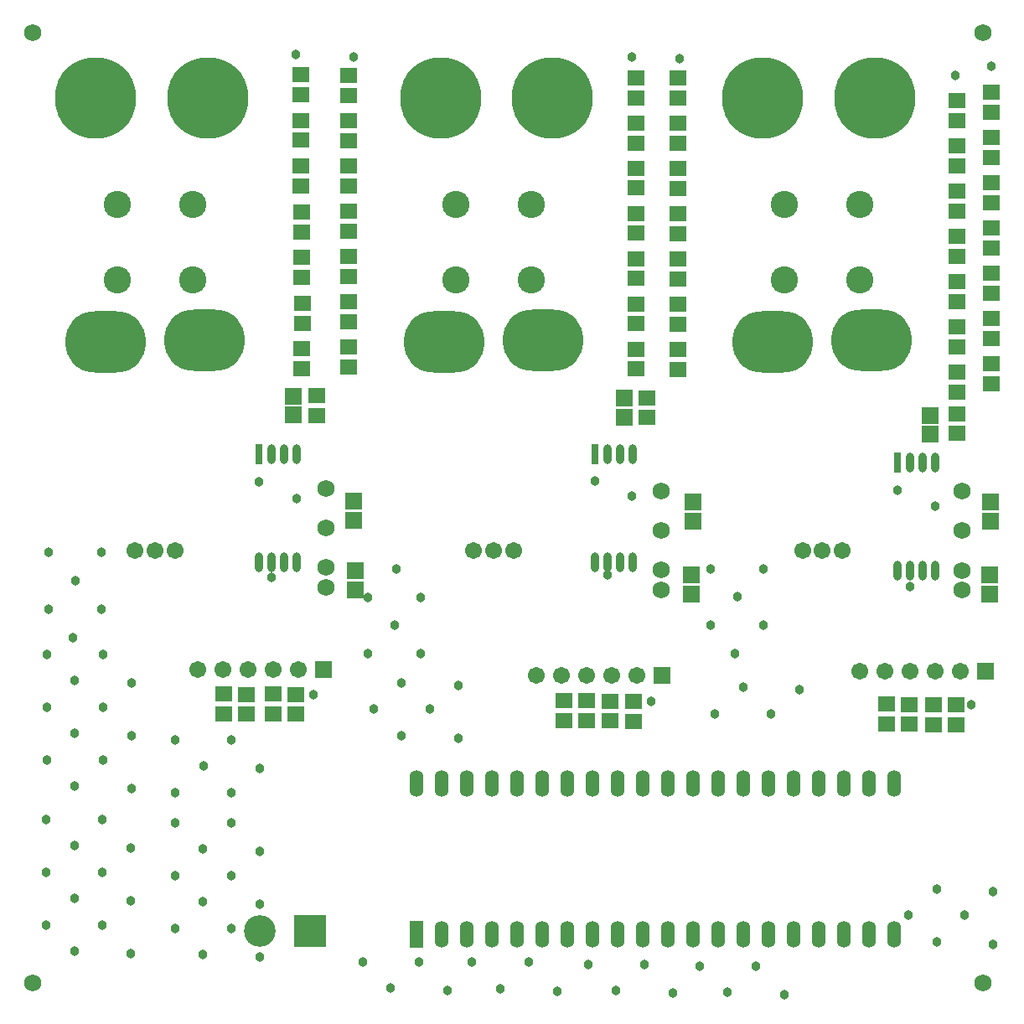
<source format=gbs>
G04 Layer_Color=16711935*
%FSLAX25Y25*%
%MOIN*%
G70*
G01*
G75*
%ADD43R,0.06706X0.06312*%
%ADD45C,0.12611*%
%ADD46R,0.12611X0.12611*%
%ADD47R,0.06706X0.06706*%
%ADD48C,0.06706*%
%ADD49R,0.05524X0.10642*%
%ADD50O,0.05524X0.10642*%
%ADD51C,0.06800*%
%ADD52O,0.32296X0.24422*%
%ADD53C,0.32296*%
%ADD54C,0.10800*%
%ADD55C,0.03800*%
%ADD56C,0.03950*%
%ADD57C,0.03162*%
%ADD58R,0.07099X0.06706*%
%ADD59O,0.03162X0.07887*%
%ADD60R,0.03162X0.07887*%
D43*
X83800Y122637D02*
D03*
Y114763D02*
D03*
X92800Y114663D02*
D03*
Y122537D02*
D03*
X112400Y122437D02*
D03*
Y114563D02*
D03*
X103300Y114863D02*
D03*
Y122737D02*
D03*
X246700Y119737D02*
D03*
Y111863D02*
D03*
X228100Y112063D02*
D03*
Y119937D02*
D03*
X219100Y119937D02*
D03*
Y112063D02*
D03*
X237500Y111963D02*
D03*
Y119837D02*
D03*
X347300Y118637D02*
D03*
Y110763D02*
D03*
X356500Y110563D02*
D03*
Y118437D02*
D03*
X366100Y110463D02*
D03*
Y118337D02*
D03*
X375000Y118337D02*
D03*
Y110463D02*
D03*
X375400Y234137D02*
D03*
Y226263D02*
D03*
X375276Y250768D02*
D03*
Y242894D02*
D03*
Y268740D02*
D03*
Y260866D02*
D03*
Y286713D02*
D03*
Y278839D02*
D03*
Y304685D02*
D03*
Y296811D02*
D03*
Y322657D02*
D03*
Y314783D02*
D03*
Y340630D02*
D03*
Y332756D02*
D03*
Y358602D02*
D03*
Y350728D02*
D03*
X388976Y254068D02*
D03*
Y246194D02*
D03*
Y272040D02*
D03*
Y264166D02*
D03*
Y290013D02*
D03*
Y282139D02*
D03*
Y307985D02*
D03*
Y300111D02*
D03*
Y325957D02*
D03*
Y318083D02*
D03*
Y343930D02*
D03*
Y336056D02*
D03*
Y361902D02*
D03*
Y354028D02*
D03*
X264276Y331658D02*
D03*
Y323783D02*
D03*
Y259768D02*
D03*
Y251894D02*
D03*
Y277740D02*
D03*
Y269866D02*
D03*
Y295713D02*
D03*
Y287839D02*
D03*
Y313685D02*
D03*
Y305811D02*
D03*
Y349630D02*
D03*
Y341756D02*
D03*
Y367602D02*
D03*
Y359728D02*
D03*
X252100Y240437D02*
D03*
Y232563D02*
D03*
X120700Y241237D02*
D03*
Y233363D02*
D03*
X133276Y368602D02*
D03*
Y360728D02*
D03*
Y260768D02*
D03*
Y252894D02*
D03*
Y278740D02*
D03*
Y270866D02*
D03*
Y296713D02*
D03*
Y288839D02*
D03*
Y314685D02*
D03*
Y306811D02*
D03*
Y332658D02*
D03*
Y324783D02*
D03*
Y350630D02*
D03*
Y342756D02*
D03*
X114563Y361122D02*
D03*
Y368996D02*
D03*
Y342913D02*
D03*
Y350787D02*
D03*
Y324705D02*
D03*
Y332579D02*
D03*
X114760Y306496D02*
D03*
Y314370D02*
D03*
Y288484D02*
D03*
Y296358D02*
D03*
X114957Y270177D02*
D03*
Y278051D02*
D03*
X114858Y252067D02*
D03*
Y259941D02*
D03*
X247929Y359842D02*
D03*
Y367717D02*
D03*
Y341870D02*
D03*
Y349744D02*
D03*
Y323898D02*
D03*
Y331772D02*
D03*
Y305925D02*
D03*
Y313799D02*
D03*
Y287953D02*
D03*
Y295827D02*
D03*
Y269980D02*
D03*
Y277854D02*
D03*
Y252008D02*
D03*
Y259882D02*
D03*
D45*
X98257Y28300D02*
D03*
D46*
X117943D02*
D03*
D47*
X386700Y131600D02*
D03*
X258100Y129900D02*
D03*
X123300Y132400D02*
D03*
D48*
X376700Y131600D02*
D03*
X366700D02*
D03*
X356700D02*
D03*
X346700D02*
D03*
X336700D02*
D03*
X248100Y129900D02*
D03*
X238100D02*
D03*
X228100D02*
D03*
X218100D02*
D03*
X208100D02*
D03*
X113300Y132400D02*
D03*
X103300D02*
D03*
X93300D02*
D03*
X83300D02*
D03*
X73300D02*
D03*
X314005Y179855D02*
D03*
X329805D02*
D03*
X321898Y179805D02*
D03*
X183155Y179855D02*
D03*
X198955D02*
D03*
X191048Y179805D02*
D03*
X48553Y179855D02*
D03*
X64353D02*
D03*
X56445Y179805D02*
D03*
D49*
X160600Y27100D02*
D03*
D50*
X170600D02*
D03*
X180600D02*
D03*
X190600D02*
D03*
X200600D02*
D03*
X210600D02*
D03*
X220600D02*
D03*
X230600D02*
D03*
X240600D02*
D03*
X250600D02*
D03*
X260600D02*
D03*
X270600D02*
D03*
X280600D02*
D03*
X290600D02*
D03*
X300600D02*
D03*
X310600D02*
D03*
X320600D02*
D03*
X330600D02*
D03*
X340600D02*
D03*
X350600D02*
D03*
X160600Y87100D02*
D03*
X170600D02*
D03*
X180600D02*
D03*
X190600D02*
D03*
X200600D02*
D03*
X210600D02*
D03*
X220600D02*
D03*
X230600D02*
D03*
X240600D02*
D03*
X250600D02*
D03*
X260600D02*
D03*
X270600D02*
D03*
X280600D02*
D03*
X290600D02*
D03*
X300600D02*
D03*
X310600D02*
D03*
X320600D02*
D03*
X330600D02*
D03*
X340600D02*
D03*
X350600D02*
D03*
D51*
X124500Y165078D02*
D03*
Y172952D02*
D03*
Y188700D02*
D03*
Y204448D02*
D03*
X377600Y203348D02*
D03*
Y187600D02*
D03*
Y171852D02*
D03*
Y163978D02*
D03*
X257800Y203548D02*
D03*
Y187800D02*
D03*
Y172052D02*
D03*
Y164178D02*
D03*
X385827Y385827D02*
D03*
X385827Y7874D02*
D03*
X7874Y385827D02*
D03*
Y7874D02*
D03*
D52*
X341598Y263305D02*
D03*
X302213Y262720D02*
D03*
X210748Y263305D02*
D03*
X171363Y262720D02*
D03*
X76145Y263305D02*
D03*
X36760Y262720D02*
D03*
D53*
X342657Y359744D02*
D03*
X214366Y359744D02*
D03*
X298071Y359744D02*
D03*
X77500Y359744D02*
D03*
X170272Y359744D02*
D03*
X32815Y359744D02*
D03*
D54*
X306906Y287323D02*
D03*
X336906D02*
D03*
Y317323D02*
D03*
X306906D02*
D03*
X176055Y287421D02*
D03*
X206055D02*
D03*
Y317421D02*
D03*
X176055D02*
D03*
X41453Y287323D02*
D03*
X71453D02*
D03*
Y317323D02*
D03*
X41453D02*
D03*
D55*
X253663Y119737D02*
D03*
X119563Y122437D02*
D03*
X381037Y118337D02*
D03*
X356700Y165500D02*
D03*
X236400Y169900D02*
D03*
X102700Y169200D02*
D03*
X112700Y200500D02*
D03*
X97750Y207150D02*
D03*
X246100Y201300D02*
D03*
X231350Y207250D02*
D03*
X366700Y197400D02*
D03*
X351700Y203600D02*
D03*
X374876Y368776D02*
D03*
X389100Y372500D02*
D03*
X265000Y375500D02*
D03*
X135500Y376000D02*
D03*
X112496Y377165D02*
D03*
X246158Y376181D02*
D03*
X13400Y138400D02*
D03*
X24600Y127900D02*
D03*
Y106900D02*
D03*
X13400Y96400D02*
D03*
X24600Y85900D02*
D03*
X35800Y96400D02*
D03*
Y117400D02*
D03*
Y138400D02*
D03*
X47100Y85000D02*
D03*
Y106000D02*
D03*
Y127000D02*
D03*
X13400Y117400D02*
D03*
X13100Y51800D02*
D03*
X46800Y61400D02*
D03*
Y40400D02*
D03*
Y19400D02*
D03*
X35500Y72800D02*
D03*
Y51800D02*
D03*
Y30800D02*
D03*
X24300Y20300D02*
D03*
X13100Y30800D02*
D03*
X24300Y41300D02*
D03*
Y62300D02*
D03*
X13100Y72800D02*
D03*
X64400Y50500D02*
D03*
X98100Y60100D02*
D03*
Y39100D02*
D03*
Y18100D02*
D03*
X86800Y71500D02*
D03*
Y50500D02*
D03*
Y29500D02*
D03*
X75600Y19000D02*
D03*
X64400Y29500D02*
D03*
X75600Y40000D02*
D03*
Y61000D02*
D03*
X64400Y71500D02*
D03*
X273000Y14400D02*
D03*
X284200Y3900D02*
D03*
X295400Y14400D02*
D03*
X306700Y3000D02*
D03*
X228700Y15200D02*
D03*
X239900Y4700D02*
D03*
X251100Y15200D02*
D03*
X262400Y3800D02*
D03*
X182600Y15900D02*
D03*
X193800Y5400D02*
D03*
X205000Y15900D02*
D03*
X216300Y4500D02*
D03*
X139000Y16100D02*
D03*
X150200Y5600D02*
D03*
X161400Y16100D02*
D03*
X172700Y4700D02*
D03*
X367300Y45100D02*
D03*
X356100Y34600D02*
D03*
X367300Y24100D02*
D03*
X378500Y34600D02*
D03*
X389800Y23200D02*
D03*
Y44200D02*
D03*
X290400Y125300D02*
D03*
X279200Y114800D02*
D03*
X301600D02*
D03*
X312900Y124400D02*
D03*
X154500Y127100D02*
D03*
X143300Y116600D02*
D03*
X154500Y106100D02*
D03*
X165700Y116600D02*
D03*
X177000Y105200D02*
D03*
Y126200D02*
D03*
X64500Y104500D02*
D03*
X75700Y94000D02*
D03*
X86900Y83500D02*
D03*
Y104500D02*
D03*
X98200Y93100D02*
D03*
X64500Y83500D02*
D03*
X141200Y138800D02*
D03*
X151700Y150000D02*
D03*
X162200Y161200D02*
D03*
X141200D02*
D03*
X152600Y172500D02*
D03*
X162200Y138800D02*
D03*
X35200Y178900D02*
D03*
X24700Y167700D02*
D03*
X14200Y156500D02*
D03*
X35200D02*
D03*
X23800Y145200D02*
D03*
X14200Y178900D02*
D03*
X298500Y172500D02*
D03*
X288000Y161300D02*
D03*
X277500Y150100D02*
D03*
X298500D02*
D03*
X287100Y138800D02*
D03*
X277500Y172500D02*
D03*
D56*
X336613Y270648D02*
D03*
X346583Y255963D02*
D03*
X341313Y270748D02*
D03*
X346813Y270848D02*
D03*
X351913Y269548D02*
D03*
X354413Y265048D02*
D03*
X354213Y260048D02*
D03*
X350513Y256048D02*
D03*
X342413Y255748D02*
D03*
X336713Y256048D02*
D03*
X331613Y257148D02*
D03*
X328813Y261248D02*
D03*
X329113Y265948D02*
D03*
X332713Y269548D02*
D03*
X293328Y268963D02*
D03*
X289728Y265363D02*
D03*
X289428Y260663D02*
D03*
X292228Y256563D02*
D03*
X297328Y255463D02*
D03*
X303028Y255163D02*
D03*
X311128Y255463D02*
D03*
X314828Y259463D02*
D03*
X315028Y264463D02*
D03*
X312528Y268963D02*
D03*
X307428Y270263D02*
D03*
X301928Y270163D02*
D03*
X307198Y255378D02*
D03*
X297228Y270063D02*
D03*
X205763Y270648D02*
D03*
X215733Y255963D02*
D03*
X210463Y270748D02*
D03*
X215963Y270848D02*
D03*
X221063Y269548D02*
D03*
X223563Y265048D02*
D03*
X223363Y260048D02*
D03*
X219663Y256048D02*
D03*
X211563Y255748D02*
D03*
X205863Y256048D02*
D03*
X200763Y257148D02*
D03*
X197963Y261248D02*
D03*
X198263Y265948D02*
D03*
X201863Y269548D02*
D03*
X162478Y268963D02*
D03*
X158878Y265363D02*
D03*
X158578Y260663D02*
D03*
X161378Y256563D02*
D03*
X166478Y255463D02*
D03*
X172178Y255163D02*
D03*
X180278Y255463D02*
D03*
X183977Y259463D02*
D03*
X184177Y264463D02*
D03*
X181677Y268963D02*
D03*
X176577Y270263D02*
D03*
X171078Y270163D02*
D03*
X176348Y255378D02*
D03*
X166377Y270063D02*
D03*
X71160Y270648D02*
D03*
X81130Y255963D02*
D03*
X75860Y270748D02*
D03*
X81360Y270848D02*
D03*
X86460Y269548D02*
D03*
X88960Y265048D02*
D03*
X88760Y260048D02*
D03*
X85060Y256048D02*
D03*
X76960Y255748D02*
D03*
X71260Y256048D02*
D03*
X66160Y257148D02*
D03*
X63360Y261248D02*
D03*
X63660Y265948D02*
D03*
X67260Y269548D02*
D03*
X27875Y268963D02*
D03*
X24275Y265363D02*
D03*
X23975Y260663D02*
D03*
X26775Y256563D02*
D03*
X31875Y255463D02*
D03*
X37575Y255163D02*
D03*
X45675Y255463D02*
D03*
X49375Y259463D02*
D03*
X49575Y264463D02*
D03*
X47075Y268963D02*
D03*
X41975Y270263D02*
D03*
X36475Y270163D02*
D03*
X41745Y255378D02*
D03*
X31775Y270063D02*
D03*
D57*
X350458Y350644D02*
D03*
X333558Y351944D02*
D03*
X334858Y368844D02*
D03*
X351758Y367544D02*
D03*
X354958Y359744D02*
D03*
X342657Y347444D02*
D03*
X330358Y359744D02*
D03*
X342657Y372044D02*
D03*
X222166Y350644D02*
D03*
X205266Y351944D02*
D03*
X206566Y368844D02*
D03*
X223466Y367544D02*
D03*
X226666Y359744D02*
D03*
X214366Y347444D02*
D03*
X202066Y359744D02*
D03*
X214366Y372044D02*
D03*
X305871Y350644D02*
D03*
X288971Y351944D02*
D03*
X290271Y368844D02*
D03*
X307171Y367544D02*
D03*
X310371Y359744D02*
D03*
X298071Y347444D02*
D03*
X285771Y359744D02*
D03*
X298071Y372044D02*
D03*
X85300Y350644D02*
D03*
X68400Y351944D02*
D03*
X69700Y368844D02*
D03*
X86600Y367544D02*
D03*
X89800Y359744D02*
D03*
X77500Y347444D02*
D03*
X65200Y359744D02*
D03*
X77500Y372044D02*
D03*
X178072Y350644D02*
D03*
X161172Y351944D02*
D03*
X162472Y368844D02*
D03*
X179372Y367544D02*
D03*
X182572Y359744D02*
D03*
X170272Y347444D02*
D03*
X157972Y359744D02*
D03*
X170272Y372044D02*
D03*
X40615Y350644D02*
D03*
X23715Y351944D02*
D03*
X25015Y368844D02*
D03*
X41915Y367544D02*
D03*
X45115Y359744D02*
D03*
X32815Y347444D02*
D03*
X20515Y359744D02*
D03*
X32815Y372044D02*
D03*
D58*
X269900Y162500D02*
D03*
Y169980D02*
D03*
X388400Y162460D02*
D03*
Y169940D02*
D03*
X136200Y164160D02*
D03*
Y171640D02*
D03*
X135400Y199240D02*
D03*
Y191760D02*
D03*
X270300Y199040D02*
D03*
Y191560D02*
D03*
X364700Y225960D02*
D03*
Y233440D02*
D03*
X388700Y198940D02*
D03*
Y191460D02*
D03*
X243100Y232860D02*
D03*
Y240340D02*
D03*
X111600Y233720D02*
D03*
Y241200D02*
D03*
D59*
X366700Y171687D02*
D03*
X361700D02*
D03*
X356700D02*
D03*
X351700D02*
D03*
X366700Y214600D02*
D03*
X361700D02*
D03*
X356700D02*
D03*
X246350Y175087D02*
D03*
X241350D02*
D03*
X236350D02*
D03*
X231350D02*
D03*
X246350Y218000D02*
D03*
X241350D02*
D03*
X236350D02*
D03*
X112700Y175100D02*
D03*
X107700D02*
D03*
X102700D02*
D03*
X97700D02*
D03*
X112700Y218013D02*
D03*
X107700D02*
D03*
X102700D02*
D03*
D60*
X351700Y214600D02*
D03*
X231350Y218000D02*
D03*
X97700Y218013D02*
D03*
M02*

</source>
